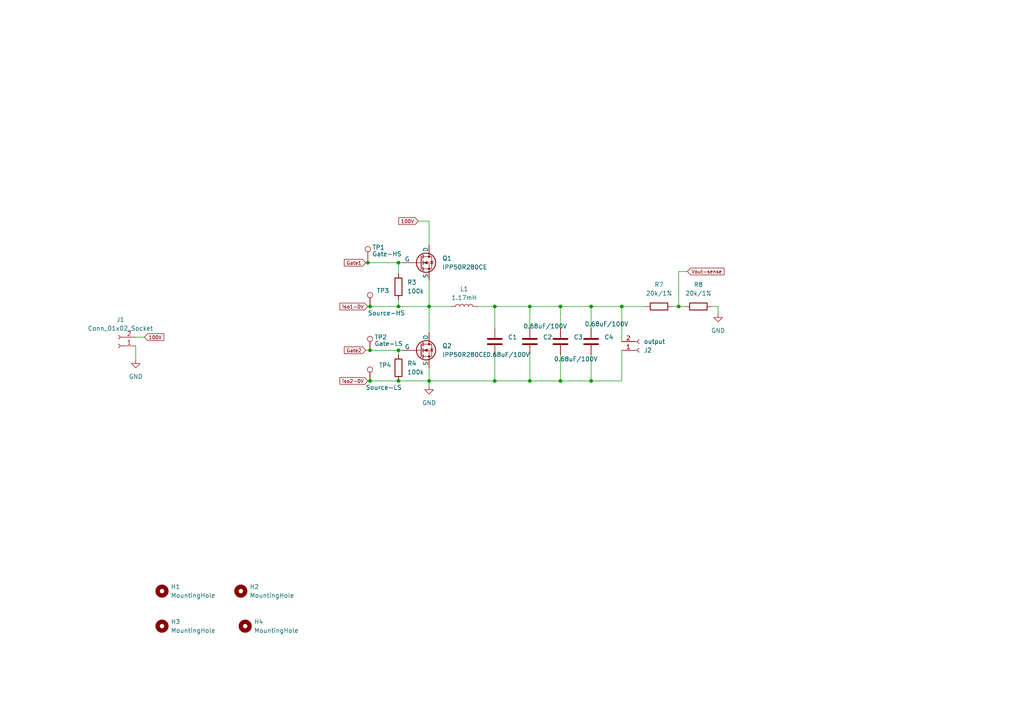
<source format=kicad_sch>
(kicad_sch (version 20231120) (generator "eeschema") (generator_version "8.0")
  (paper "A4")
  (lib_symbols
    (symbol "Connector:Conn_01x02_Socket" (pin_names (offset 1.016) hide)
      (property "Reference" "J" (at 0 2.54 0))
      (property "Value" "Conn_01x02_Socket" (at 0 -5.08 0))
      (symbol "Conn_01x02_Socket_1_1"
        (arc (start 0 -2.032) (mid -0.5058 -2.54) (end 0 -3.048) (stroke (width 0.1524)))
        (polyline (pts (xy -1.27 -2.54) (xy -0.508 -2.54)) (stroke (width 0.1524)))
        (polyline (pts (xy -1.27 0) (xy -0.508 0)) (stroke (width 0.1524)))
        (arc (start 0 0.508) (mid -0.5058 0) (end 0 -0.508) (stroke (width 0.1524)))
        (pin passive line (at -5.08 0 0) (length 3.81) (name "Pin_1") (number "1"))
        (pin passive line (at -5.08 -2.54 0) (length 3.81) (name "Pin_2") (number "2"))
      )
    )
    (symbol "Connector:TestPoint" (pin_numbers hide) (pin_names (offset 0.762) hide)
      (property "Reference" "TP" (at 0 6.858 0))
      (property "Value" "TestPoint" (at 0 5.08 0))
      (symbol "TestPoint_0_1"
        (circle (center 0 3.302) (radius 0.762))
      )
      (symbol "TestPoint_1_1"
        (pin passive line (at 0 0 90) (length 2.54) (name "1") (number "1"))
      )
    )
    (symbol "Device:C" (pin_numbers hide) (pin_names (offset 0.254))
      (property "Reference" "C" (at 0.635 2.54 0))
      (property "Value" "C" (at 0.635 -2.54 0))
      (symbol "C_0_1"
        (polyline (pts (xy -2.032 -0.762) (xy 2.032 -0.762)) (stroke (width 0.508)))
        (polyline (pts (xy -2.032 0.762) (xy 2.032 0.762)) (stroke (width 0.508)))
      )
      (symbol "C_1_1"
        (pin passive line (at 0 3.81 270) (length 2.794) (name "~") (number "1"))
        (pin passive line (at 0 -3.81 90) (length 2.794) (name "~") (number "2"))
      )
    )
    (symbol "Device:L" (pin_numbers hide) (pin_names (offset 1.016) hide)
      (property "Reference" "L" (at -1.27 0 90))
      (property "Value" "L" (at 1.905 0 90))
      (symbol "L_0_1"
        (arc (start 0 -2.54) (mid 0.6323 -1.905) (end 0 -1.27))
        (arc (start 0 -1.27) (mid 0.6323 -0.635) (end 0 0))
        (arc (start 0 0) (mid 0.6323 0.635) (end 0 1.27))
        (arc (start 0 1.27) (mid 0.6323 1.905) (end 0 2.54))
      )
      (symbol "L_1_1"
        (pin passive line (at 0 3.81 270) (length 1.27) (name "1") (number "1"))
        (pin passive line (at 0 -3.81 90) (length 1.27) (name "2") (number "2"))
      )
    )
    (symbol "Device:R" (pin_numbers hide) (pin_names (offset 0))
      (property "Reference" "R" (at 2.032 0 90))
      (property "Value" "R" (at 0 0 90))
      (symbol "R_0_1"
        (rectangle (start -1.016 -2.54) (end 1.016 2.54) (stroke (width 0.254)))
      )
      (symbol "R_1_1"
        (pin passive line (at 0 3.81 270) (length 1.27) (name "~") (number "1"))
        (pin passive line (at 0 -3.81 90) (length 1.27) (name "~") (number "2"))
      )
    )
    (symbol "Mechanical:MountingHole" (pin_names (offset 1.016))
      (property "Reference" "H" (at 0 5.08 0))
      (property "Value" "MountingHole" (at 0 3.175 0))
      (symbol "MountingHole_0_1"
        (circle (center 0 0) (radius 1.27) (stroke (width 1.27)))
      )
    )
    (symbol "NMOS_1" (pin_numbers hide) (pin_names (offset 0))
      (property "Reference" "Q1" (at 6.35 1.27 0))
      (property "Value" "IPP50R280CE" (at 6.35 -1.27 0))
      (symbol "NMOS_1_0_1"
        (polyline (pts (xy 0.254 0) (xy -2.54 0)))
        (polyline (pts (xy 0.254 1.905) (xy 0.254 -1.905)) (stroke (width 0.254)))
        (polyline (pts (xy 0.762 -1.27) (xy 0.762 -2.286)) (stroke (width 0.254)))
        (polyline (pts (xy 0.762 0.508) (xy 0.762 -0.508)) (stroke (width 0.254)))
        (polyline (pts (xy 0.762 2.286) (xy 0.762 1.27)) (stroke (width 0.254)))
        (polyline (pts (xy 2.54 2.54) (xy 2.54 1.778)))
        (polyline (pts (xy 2.54 -2.54) (xy 2.54 0) (xy 0.762 0)))
        (polyline (pts (xy 0.762 -1.778) (xy 3.302 -1.778) (xy 3.302 1.778) (xy 0.762 1.778)))
        (polyline (pts (xy 1.016 0) (xy 2.032 0.381) (xy 2.032 -0.381) (xy 1.016 0)) (fill (type outline)))
        (polyline (pts (xy 2.794 0.508) (xy 2.921 0.381) (xy 3.683 0.381) (xy 3.81 0.254)))
        (polyline (pts (xy 3.302 0.381) (xy 2.921 -0.254) (xy 3.683 -0.254) (xy 3.302 0.381)))
        (circle (center 1.651 0) (radius 2.794) (stroke (width 0.254)))
        (circle (center 2.54 -1.778) (radius 0.254) (fill (type outline)))
        (circle (center 2.54 1.778) (radius 0.254) (fill (type outline)))
      )
      (symbol "NMOS_1_1_1"
        (pin input line (at -5.08 0 0) (length 2.54) (name "G") (number "1"))
        (pin passive line (at 2.54 5.08 270) (length 2.54) (name "D") (number "2"))
        (pin passive line (at 2.54 -5.08 90) (length 2.54) (name "S") (number "3"))
      )
    )
    (symbol "Simulation_SPICE:NMOS" (pin_numbers hide) (pin_names (offset 0))
      (property "Reference" "Q2" (at 6.35 1.27 0))
      (property "Value" "IPP50R280CE" (at 6.35 -1.27 0))
      (symbol "NMOS_0_1"
        (polyline (pts (xy 0.254 0) (xy -2.54 0)))
        (polyline (pts (xy 0.254 1.905) (xy 0.254 -1.905)) (stroke (width 0.254)))
        (polyline (pts (xy 0.762 -1.27) (xy 0.762 -2.286)) (stroke (width 0.254)))
        (polyline (pts (xy 0.762 0.508) (xy 0.762 -0.508)) (stroke (width 0.254)))
        (polyline (pts (xy 0.762 2.286) (xy 0.762 1.27)) (stroke (width 0.254)))
        (polyline (pts (xy 2.54 2.54) (xy 2.54 1.778)))
        (polyline (pts (xy 2.54 -2.54) (xy 2.54 0) (xy 0.762 0)))
        (polyline (pts (xy 0.762 -1.778) (xy 3.302 -1.778) (xy 3.302 1.778) (xy 0.762 1.778)))
        (polyline (pts (xy 1.016 0) (xy 2.032 0.381) (xy 2.032 -0.381) (xy 1.016 0)) (fill (type outline)))
        (polyline (pts (xy 2.794 0.508) (xy 2.921 0.381) (xy 3.683 0.381) (xy 3.81 0.254)))
        (polyline (pts (xy 3.302 0.381) (xy 2.921 -0.254) (xy 3.683 -0.254) (xy 3.302 0.381)))
        (circle (center 1.651 0) (radius 2.794) (stroke (width 0.254)))
        (circle (center 2.54 -1.778) (radius 0.254) (fill (type outline)))
        (circle (center 2.54 1.778) (radius 0.254) (fill (type outline)))
      )
      (symbol "NMOS_1_1"
        (pin input line (at -5.08 0 0) (length 2.54) (name "G") (number "1"))
        (pin passive line (at 2.54 5.08 270) (length 2.54) (name "D") (number "2"))
        (pin passive line (at 2.54 -5.08 90) (length 2.54) (name "S") (number "3"))
      )
    )
    (symbol "power:GND" (power) (pin_names (offset 0))
      (property "Value" "GND" (at 0 -3.81 0))
      (symbol "GND_0_1"
        (polyline (pts (xy 0 0) (xy 0 -1.27) (xy 1.27 -1.27) (xy 0 -2.54) (xy -1.27 -1.27) (xy 0 -1.27)))
      )
      (symbol "GND_1_1"
        (pin power_in line (at 0 0 270) (length 0) hide (name "GND") (number "1"))
      )
    )
  )
  (junction (at 124.46 110.49))
  (junction (at 153.67 88.9))
  (junction (at 107.315 101.6))
  (junction (at 124.46 88.9))
  (junction (at 115.57 88.9))
  (junction (at 171.45 88.9))
  (junction (at 162.56 88.9))
  (junction (at 143.51 110.49))
  (junction (at 162.56 110.49))
  (junction (at 115.57 110.49))
  (junction (at 153.67 110.49))
  (junction (at 115.57 76.2))
  (junction (at 180.34 88.9))
  (junction (at 171.45 110.49))
  (junction (at 196.85 88.9))
  (junction (at 107.315 88.9))
  (junction (at 107.315 110.49))
  (junction (at 115.57 101.6))
  (junction (at 143.51 88.9))
  (junction (at 106.68 76.2))
  (wire (pts (xy 124.46 81.28) (xy 124.46 88.9)))
  (wire (pts (xy 106.68 88.9) (xy 107.315 88.9)))
  (wire (pts (xy 162.56 102.87) (xy 162.56 110.49)))
  (wire (pts (xy 124.46 88.9) (xy 124.46 96.52)))
  (wire (pts (xy 153.67 110.49) (xy 143.51 110.49)))
  (wire (pts (xy 162.56 110.49) (xy 171.45 110.49)))
  (wire (pts (xy 199.39 78.74) (xy 196.85 78.74)))
  (wire (pts (xy 115.57 102.87) (xy 115.57 101.6)))
  (wire (pts (xy 39.37 104.14) (xy 39.37 100.33)))
  (wire (pts (xy 115.57 88.9) (xy 124.46 88.9)))
  (wire (pts (xy 153.67 110.49) (xy 162.56 110.49)))
  (wire (pts (xy 115.57 86.995) (xy 115.57 88.9)))
  (wire (pts (xy 180.34 88.9) (xy 171.45 88.9)))
  (wire (pts (xy 41.91 97.79) (xy 39.37 97.79)))
  (wire (pts (xy 196.85 88.9) (xy 198.755 88.9)))
  (wire (pts (xy 180.34 88.9) (xy 187.325 88.9)))
  (wire (pts (xy 162.56 88.9) (xy 162.56 95.25)))
  (wire (pts (xy 180.34 110.49) (xy 171.45 110.49)))
  (wire (pts (xy 107.315 101.6) (xy 115.57 101.6)))
  (wire (pts (xy 115.57 76.2) (xy 116.84 76.2)))
  (wire (pts (xy 194.945 88.9) (xy 196.85 88.9)))
  (wire (pts (xy 171.45 102.87) (xy 171.45 110.49)))
  (wire (pts (xy 162.56 88.9) (xy 171.45 88.9)))
  (wire (pts (xy 115.57 101.6) (xy 116.84 101.6)))
  (wire (pts (xy 153.67 102.87) (xy 153.67 110.49)))
  (wire (pts (xy 180.34 101.6) (xy 180.34 110.49)))
  (wire (pts (xy 106.68 76.2) (xy 115.57 76.2)))
  (wire (pts (xy 138.43 88.9) (xy 143.51 88.9)))
  (wire (pts (xy 143.51 102.87) (xy 143.51 110.49)))
  (wire (pts (xy 121.285 64.135) (xy 124.46 64.135)))
  (wire (pts (xy 208.28 88.9) (xy 206.375 88.9)))
  (wire (pts (xy 143.51 88.9) (xy 143.51 95.25)))
  (wire (pts (xy 106.68 75.565) (xy 106.68 76.2)))
  (wire (pts (xy 115.57 79.375) (xy 115.57 76.2)))
  (wire (pts (xy 143.51 88.9) (xy 153.67 88.9)))
  (wire (pts (xy 171.45 88.9) (xy 171.45 95.25)))
  (wire (pts (xy 106.045 76.2) (xy 106.68 76.2)))
  (wire (pts (xy 124.46 88.9) (xy 130.81 88.9)))
  (wire (pts (xy 124.46 111.76) (xy 124.46 110.49)))
  (wire (pts (xy 143.51 110.49) (xy 124.46 110.49)))
  (wire (pts (xy 115.57 110.49) (xy 124.46 110.49)))
  (wire (pts (xy 107.315 110.49) (xy 115.57 110.49)))
  (wire (pts (xy 106.68 110.49) (xy 107.315 110.49)))
  (wire (pts (xy 106.045 101.6) (xy 107.315 101.6)))
  (wire (pts (xy 153.67 88.9) (xy 153.67 95.25)))
  (wire (pts (xy 153.67 88.9) (xy 162.56 88.9)))
  (wire (pts (xy 208.28 90.805) (xy 208.28 88.9)))
  (wire (pts (xy 107.315 88.9) (xy 115.57 88.9)))
  (wire (pts (xy 124.46 110.49) (xy 124.46 106.68)))
  (wire (pts (xy 124.46 64.135) (xy 124.46 71.12)))
  (wire (pts (xy 196.85 78.74) (xy 196.85 88.9)))
  (wire (pts (xy 180.34 88.9) (xy 180.34 99.06)))
  (global_label "iso1-0V" (shape input) (at 106.68 88.9 180) (effects (font (size 1 1))) (property "Intersheetrefs" "${INTERSHEET_REFS}" (effects (hide yes))))
  (global_label "Gate2" (shape input) (at 106.045 101.6 180) (effects (font (size 1 1))) (property "Intersheetrefs" "${INTERSHEET_REFS}" (effects (hide yes))))
  (global_label "Gate1" (shape input) (at 106.045 76.2 180) (effects (font (size 1 1))) (property "Intersheetrefs" "${INTERSHEET_REFS}" (effects (hide yes))))
  (global_label "Vout-sense" (shape input) (at 199.39 78.74 0) (effects (font (size 1 1))) (property "Intersheetrefs" "${INTERSHEET_REFS}" (effects (hide yes))))
  (global_label "100V" (shape input) (at 121.285 64.135 180) (effects (font (size 1 1))) (property "Intersheetrefs" "${INTERSHEET_REFS}" (effects (hide yes))))
  (global_label "100V" (shape input) (at 41.91 97.79 0) (effects (font (size 1 1))) (property "Intersheetrefs" "${INTERSHEET_REFS}" (effects (hide yes))))
  (global_label "iso2-0V" (shape input) (at 106.68 110.49 180) (effects (font (size 1 1))) (property "Intersheetrefs" "${INTERSHEET_REFS}" (effects (hide yes))))
  (symbol (lib_id "Device:R") (at 191.135 88.9 90) (unit 1)
    (property "Reference" "R7" (at 191.135 82.55 90))
    (property "Value" "20k/1%" (at 191.135 85.09 90))
    (property "Footprint" "Resistor_SMD:R_0805_2012Metric" (effects (hide yes)))
  )
  (symbol (lib_id "Device:R") (at 115.57 106.68 0) (unit 1)
    (property "Reference" "R4" (at 118.11 105.41 0) (effects (justify left)))
    (property "Value" "100k" (at 118.11 107.95 0) (effects (justify left)))
    (property "Footprint" "Resistor_SMD:R_0805_2012Metric" (effects (hide yes)))
  )
  (symbol (lib_id "Connector:TestPoint") (at 106.68 75.565 0) (unit 1)
    (property "Reference" "TP1" (at 107.95 71.755 0) (effects (justify left)))
    (property "Value" "Gate-HS" (at 107.95 73.66 0) (effects (justify left)))
    (property "Footprint" "5001 tp:KEYSTONE_5001" (effects (hide yes)))
  )
  (symbol (lib_id "Connector:TestPoint") (at 107.315 101.6 0) (unit 1)
    (property "Reference" "TP2" (at 108.585 97.79 0) (effects (justify left)))
    (property "Value" "Gate-LS" (at 108.585 99.695 0) (effects (justify left)))
    (property "Footprint" "5001 tp:KEYSTONE_5001" (effects (hide yes)))
  )
  (symbol (lib_id "power:GND") (at 208.28 90.805 0) (unit 1)
    (property "Reference" "#PWR015" (effects (hide yes)))
    (property "Value" "GND" (at 208.28 95.885 0))
  )
  (symbol (lib_id "Device:C") (at 171.45 99.06 0) (unit 1)
    (property "Reference" "C4" (at 175.26 97.79 0) (effects (justify left)))
    (property "Value" "0.68uF/100V" (at 169.545 93.98 0) (effects (justify left)))
    (property "Footprint" "Capacitor_SMD:C_1812_4532Metric" (effects (hide yes)))
    (property "mouser part no:" "C1812C684K1RACTU" (effects (hide yes)))
  )
  (symbol (lib_id "Connector:TestPoint") (at 107.315 110.49 0) (unit 1)
    (property "Reference" "TP4" (at 109.855 105.918 0) (effects (justify left)))
    (property "Value" "Source-LS" (at 106.045 112.395 0) (effects (justify left)))
    (property "Footprint" "5001 tp:KEYSTONE_5001" (effects (hide yes)))
  )
  (symbol (lib_id "Device:C") (at 143.51 99.06 0) (unit 1)
    (property "Reference" "C1" (at 147.32 97.79 0) (effects (justify left)))
    (property "Value" "0.68uF/100V" (at 140.97 102.87 0) (effects (justify left)))
    (property "Footprint" "Capacitor_SMD:C_1812_4532Metric" (effects (hide yes)))
    (property "mouser part no:" "C1812C684K1RACTU" (effects (hide yes)))
  )
  (symbol (lib_id "Mechanical:MountingHole") (at 69.85 171.45 0) (unit 1)
    (property "Reference" "H2" (at 72.39 170.1799 0) (effects (justify left)))
    (property "Value" "MountingHole" (at 72.39 172.7199 0) (effects (justify left)))
    (property "Footprint" "MountingHole:MountingHole_3.2mm_M3" (effects (hide yes)))
    (property "Description" "Mounting Hole without connection" (effects (hide yes)))
  )
  (symbol (lib_id "Device:C") (at 162.56 99.06 0) (unit 1)
    (property "Reference" "C3" (at 166.37 97.79 0) (effects (justify left)))
    (property "Value" "0.68uF/100V" (at 160.655 104.14 0) (effects (justify left)))
    (property "Footprint" "Capacitor_SMD:C_1812_4532Metric" (effects (hide yes)))
    (property "mouser part no:" "C1812C684K1RACTU" (effects (hide yes)))
  )
  (symbol (lib_name "NMOS_1") (lib_id "Simulation_SPICE:NMOS") (at 121.92 76.2 0) (unit 1)
    (property "Reference" "Q1" (at 128.27 74.93 0) (effects (justify left)))
    (property "Value" "IPP50R280CE" (at 128.27 77.47 0) (effects (justify left)))
    (property "Footprint" "Package_TO_SOT_THT:TO-220-3_Vertical" (effects (hide yes)))
    (property "Datasheet" "https://ngspice.sourceforge.io/docs/ngspice-manual.pdf" (effects (hide yes)))
    (property "Sim.Device" "NMOS" (effects (hide yes)))
    (property "Sim.Type" "VDMOS" (effects (hide yes)))
    (property "Sim.Pins" "1=D 2=G 3=S" (effects (hide yes)))
  )
  (symbol (lib_id "Device:R") (at 115.57 83.185 0) (unit 1)
    (property "Reference" "R3" (at 118.11 81.915 0) (effects (justify left)))
    (property "Value" "100k" (at 118.11 84.455 0) (effects (justify left)))
    (property "Footprint" "Resistor_SMD:R_0805_2012Metric" (effects (hide yes)))
  )
  (symbol (lib_id "Mechanical:MountingHole") (at 46.99 171.45 0) (unit 1)
    (property "Reference" "H1" (at 49.53 170.1799 0) (effects (justify left)))
    (property "Value" "MountingHole" (at 49.53 172.7199 0) (effects (justify left)))
    (property "Footprint" "MountingHole:MountingHole_3.2mm_M3" (effects (hide yes)))
    (property "Description" "Mounting Hole without connection" (effects (hide yes)))
  )
  (symbol (lib_id "Connector:TestPoint") (at 107.315 88.9 0) (unit 1)
    (property "Reference" "TP3" (at 109.22 84.328 0) (effects (justify left)))
    (property "Value" "Source-HS" (at 106.68 90.805 0) (effects (justify left)))
    (property "Footprint" "5001 tp:KEYSTONE_5001" (effects (hide yes)))
  )
  (symbol (lib_id "Device:R") (at 202.565 88.9 90) (unit 1)
    (property "Reference" "R8" (at 202.565 82.55 90))
    (property "Value" "20k/1%" (at 202.565 85.09 90))
    (property "Footprint" "Resistor_SMD:R_0805_2012Metric" (effects (hide yes)))
  )
  (symbol (lib_id "power:GND") (at 124.46 111.76 0) (unit 1)
    (property "Reference" "#PWR019" (effects (hide yes)))
    (property "Value" "GND" (at 124.46 116.84 0))
  )
  (symbol (lib_id "power:GND") (at 39.37 104.14 0) (unit 1)
    (property "Reference" "#PWR07" (effects (hide yes)))
    (property "Value" "GND" (at 39.37 109.22 0))
  )
  (symbol (lib_id "Connector:Conn_01x02_Socket") (at 34.29 100.33 180) (unit 1)
    (property "Reference" "J1" (at 34.925 92.71 0))
    (property "Value" "Conn_01x02_Socket" (at 34.925 95.25 0))
    (property "Footprint" "TerminalBlock_Phoenix:TerminalBlock_Phoenix_MKDS-1,5-2_1x02_P5.00mm_Horizontal" (effects (hide yes)))
  )
  (symbol (lib_id "Device:C") (at 153.67 99.06 0) (unit 1)
    (property "Reference" "C2" (at 157.48 97.79 0) (effects (justify left)))
    (property "Value" "0.68uF/100V" (at 151.765 94.615 0) (effects (justify left)))
    (property "Footprint" "Capacitor_SMD:C_1812_4532Metric" (effects (hide yes)))
    (property "mouser part no:" "C1812C684K1RACTU" (effects (hide yes)))
  )
  (symbol (lib_id "Simulation_SPICE:NMOS") (at 121.92 101.6 0) (unit 1)
    (property "Reference" "Q2" (at 128.27 100.33 0) (effects (justify left)))
    (property "Value" "IPP50R280CE" (at 128.27 102.87 0) (effects (justify left)))
    (property "Footprint" "Package_TO_SOT_THT:TO-220-3_Vertical" (effects (hide yes)))
    (property "Datasheet" "https://ngspice.sourceforge.io/docs/ngspice-manual.pdf" (effects (hide yes)))
    (property "Sim.Device" "NMOS" (effects (hide yes)))
    (property "Sim.Type" "VDMOS" (effects (hide yes)))
    (property "Sim.Pins" "1=D 2=G 3=S" (effects (hide yes)))
  )
  (symbol (lib_id "Mechanical:MountingHole") (at 71.12 181.61 0) (unit 1)
    (property "Reference" "H4" (at 73.66 180.3399 0) (effects (justify left)))
    (property "Value" "MountingHole" (at 73.66 182.8799 0) (effects (justify left)))
    (property "Footprint" "MountingHole:MountingHole_3.2mm_M3" (effects (hide yes)))
    (property "Description" "Mounting Hole without connection" (effects (hide yes)))
  )
  (symbol (lib_id "Connector:Conn_01x02_Socket") (at 185.42 101.6 0) (mirror x) (unit 1)
    (property "Reference" "J2" (at 186.69 101.6 0) (effects (justify left)))
    (property "Value" "output" (at 186.69 99.06 0) (effects (justify left)))
    (property "Footprint" "TerminalBlock_Phoenix:TerminalBlock_Phoenix_MKDS-1,5-2_1x02_P5.00mm_Horizontal" (effects (hide yes)))
  )
  (symbol (lib_id "Device:L") (at 134.62 88.9 90) (unit 1)
    (property "Reference" "L1" (at 134.62 83.82 90))
    (property "Value" "1.17mH" (at 134.62 86.36 90))
    (property "Footprint" "custom parts:42-21-15 bobbin" (effects (hide yes)))
  )
  (symbol (lib_id "Mechanical:MountingHole") (at 46.99 181.61 0) (unit 1)
    (property "Reference" "H3" (at 49.53 180.3399 0) (effects (justify left)))
    (property "Value" "MountingHole" (at 49.53 182.8799 0) (effects (justify left)))
    (property "Footprint" "MountingHole:MountingHole_3.2mm_M3" (effects (hide yes)))
    (property "Description" "Mounting Hole without connection" (effects (hide yes)))
  )
)
</source>
